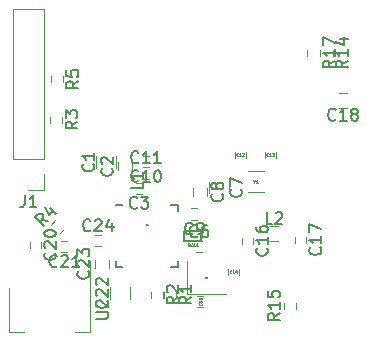
<source format=gbr>
G04 #@! TF.FileFunction,Legend,Top*
%FSLAX46Y46*%
G04 Gerber Fmt 4.6, Leading zero omitted, Abs format (unit mm)*
G04 Created by KiCad (PCBNEW 4.0.5) date 05/26/17 15:10:00*
%MOMM*%
%LPD*%
G01*
G04 APERTURE LIST*
%ADD10C,0.100000*%
%ADD11C,0.120000*%
%ADD12C,0.150000*%
%ADD13C,0.152400*%
%ADD14C,0.031750*%
%ADD15C,0.063500*%
G04 APERTURE END LIST*
D10*
D11*
X704800Y5583000D02*
X1964800Y5583000D01*
X7524800Y5583000D02*
X6264800Y5583000D01*
X704800Y9343000D02*
X704800Y5583000D01*
X7524800Y11593000D02*
X7524800Y5583000D01*
X29306000Y24596800D02*
X28606000Y24596800D01*
X28606000Y25796800D02*
X29306000Y25796800D01*
D12*
X14944000Y16341000D02*
X14944000Y15816000D01*
X9694000Y11091000D02*
X9694000Y11616000D01*
X14944000Y11091000D02*
X14944000Y11616000D01*
X9694000Y16341000D02*
X10219000Y16341000D01*
X9694000Y11091000D02*
X10219000Y11091000D01*
X14944000Y11091000D02*
X14419000Y11091000D01*
X14944000Y16341000D02*
X14419000Y16341000D01*
D11*
X15723600Y11610800D02*
X15723600Y8810800D01*
X15723600Y8810800D02*
X19023600Y8810800D01*
X23253800Y20349400D02*
X23253800Y20849400D01*
X22313800Y20849400D02*
X22313800Y20349400D01*
X19189600Y10918000D02*
X19189600Y10418000D01*
X20129600Y10418000D02*
X20129600Y10918000D01*
X16615600Y7708800D02*
X17115600Y7708800D01*
X17115600Y8648800D02*
X16615600Y8648800D01*
X22214200Y19188400D02*
X20864200Y19188400D01*
X22214200Y17438400D02*
X20864200Y17438400D01*
D13*
X15494000Y13284200D02*
X15494000Y14147800D01*
X15494000Y14147800D02*
X16916400Y14147800D01*
X16916400Y14147800D02*
X16916400Y13284200D01*
X16916400Y13284200D02*
X15494000Y13284200D01*
D11*
X20713800Y20349400D02*
X20713800Y20849400D01*
X19773800Y20849400D02*
X19773800Y20349400D01*
X28063600Y28972700D02*
X28063600Y29472700D01*
X27003600Y29472700D02*
X27003600Y28972700D01*
X8065400Y20477100D02*
X8065400Y19477100D01*
X9765400Y19477100D02*
X9765400Y20477100D01*
X9902900Y19271500D02*
X9902900Y19971500D01*
X11102900Y19971500D02*
X11102900Y19271500D01*
X11434000Y17297300D02*
X11934000Y17297300D01*
X11934000Y18237300D02*
X11434000Y18237300D01*
X17014000Y13271600D02*
X16514000Y13271600D01*
X16514000Y12331600D02*
X17014000Y12331600D01*
X19277700Y17330800D02*
X19277700Y18330800D01*
X17577700Y18330800D02*
X17577700Y17330800D01*
X17440200Y17812500D02*
X17440200Y17112500D01*
X16240200Y17112500D02*
X16240200Y17812500D01*
X16107600Y15112900D02*
X16607600Y15112900D01*
X16607600Y16052900D02*
X16107600Y16052900D01*
X12005500Y19545200D02*
X12505500Y19545200D01*
X12505500Y20485200D02*
X12005500Y20485200D01*
X12505500Y19532700D02*
X12005500Y19532700D01*
X12005500Y18592700D02*
X12505500Y18592700D01*
X21323400Y13085000D02*
X21323400Y13585000D01*
X20383400Y13585000D02*
X20383400Y13085000D01*
X25844600Y13148500D02*
X25844600Y13648500D01*
X24904600Y13648500D02*
X24904600Y13148500D01*
X3391000Y12716700D02*
X3391000Y13216700D01*
X2451000Y13216700D02*
X2451000Y12716700D01*
X5096700Y12344300D02*
X5596700Y12344300D01*
X5596700Y13284300D02*
X5096700Y13284300D01*
X9221100Y9402700D02*
X9221100Y8402700D01*
X10921100Y8402700D02*
X10921100Y9402700D01*
X7909000Y11029200D02*
X7909000Y11729200D01*
X9109000Y11729200D02*
X9109000Y11029200D01*
X8454200Y13779600D02*
X7954200Y13779600D01*
X7954200Y12839600D02*
X8454200Y12839600D01*
X3641400Y20218400D02*
X3641400Y32978400D01*
X3641400Y32978400D02*
X981400Y32978400D01*
X981400Y32978400D02*
X981400Y20218400D01*
X981400Y20218400D02*
X3641400Y20218400D01*
X3641400Y18948400D02*
X3641400Y17618400D01*
X3641400Y17618400D02*
X2311400Y17618400D01*
X23942900Y8085900D02*
X23942900Y7585900D01*
X25002900Y7585900D02*
X25002900Y8085900D01*
X26996800Y28972700D02*
X26996800Y29472700D01*
X25936800Y29472700D02*
X25936800Y28972700D01*
X22764000Y14531900D02*
X23464000Y14531900D01*
X23464000Y13331900D02*
X22764000Y13331900D01*
X5190900Y23333900D02*
X5190900Y23833900D01*
X4130900Y23833900D02*
X4130900Y23333900D01*
X5254400Y26750200D02*
X5254400Y27250200D01*
X4194400Y27250200D02*
X4194400Y26750200D01*
X4551810Y15042243D02*
X4198257Y14688690D01*
X4947790Y13939157D02*
X5301343Y14292710D01*
X13738000Y8513000D02*
X13738000Y9013000D01*
X12678000Y9013000D02*
X12678000Y8513000D01*
X14817500Y8513000D02*
X14817500Y9013000D01*
X13757500Y9013000D02*
X13757500Y8513000D01*
D12*
X8067181Y6731095D02*
X8876705Y6731095D01*
X8971943Y6778714D01*
X9019562Y6826333D01*
X9067181Y6921571D01*
X9067181Y7112048D01*
X9019562Y7207286D01*
X8971943Y7254905D01*
X8876705Y7302524D01*
X8067181Y7302524D01*
X8162419Y7731095D02*
X8114800Y7778714D01*
X8067181Y7873952D01*
X8067181Y8112048D01*
X8114800Y8207286D01*
X8162419Y8254905D01*
X8257657Y8302524D01*
X8352895Y8302524D01*
X8495752Y8254905D01*
X9067181Y7683476D01*
X9067181Y8302524D01*
X28313143Y23589657D02*
X28265524Y23542038D01*
X28122667Y23494419D01*
X28027429Y23494419D01*
X27884571Y23542038D01*
X27789333Y23637276D01*
X27741714Y23732514D01*
X27694095Y23922990D01*
X27694095Y24065848D01*
X27741714Y24256324D01*
X27789333Y24351562D01*
X27884571Y24446800D01*
X28027429Y24494419D01*
X28122667Y24494419D01*
X28265524Y24446800D01*
X28313143Y24399181D01*
X29265524Y23494419D02*
X28694095Y23494419D01*
X28979809Y23494419D02*
X28979809Y24494419D01*
X28884571Y24351562D01*
X28789333Y24256324D01*
X28694095Y24208705D01*
X29836952Y24065848D02*
X29741714Y24113467D01*
X29694095Y24161086D01*
X29646476Y24256324D01*
X29646476Y24303943D01*
X29694095Y24399181D01*
X29741714Y24446800D01*
X29836952Y24494419D01*
X30027429Y24494419D01*
X30122667Y24446800D01*
X30170286Y24399181D01*
X30217905Y24303943D01*
X30217905Y24256324D01*
X30170286Y24161086D01*
X30122667Y24113467D01*
X30027429Y24065848D01*
X29836952Y24065848D01*
X29741714Y24018229D01*
X29694095Y23970610D01*
X29646476Y23875371D01*
X29646476Y23684895D01*
X29694095Y23589657D01*
X29741714Y23542038D01*
X29836952Y23494419D01*
X30027429Y23494419D01*
X30122667Y23542038D01*
X30170286Y23589657D01*
X30217905Y23684895D01*
X30217905Y23875371D01*
X30170286Y23970610D01*
X30122667Y24018229D01*
X30027429Y24065848D01*
D14*
X12227318Y14750748D02*
X12227318Y14647938D01*
X12233366Y14635843D01*
X12239413Y14629795D01*
X12251509Y14623748D01*
X12275699Y14623748D01*
X12287794Y14629795D01*
X12293842Y14635843D01*
X12299890Y14647938D01*
X12299890Y14750748D01*
X12426890Y14623748D02*
X12354318Y14623748D01*
X12390604Y14623748D02*
X12390604Y14750748D01*
X12378509Y14732605D01*
X12366414Y14720510D01*
X12354318Y14714462D01*
X17310585Y10216364D02*
X17310585Y10155888D01*
X17268251Y10282888D02*
X17310585Y10216364D01*
X17352918Y10282888D01*
X17389203Y10270792D02*
X17395251Y10276840D01*
X17407346Y10282888D01*
X17437584Y10282888D01*
X17449680Y10276840D01*
X17455727Y10270792D01*
X17461775Y10258697D01*
X17461775Y10246602D01*
X17455727Y10228459D01*
X17383156Y10155888D01*
X17461775Y10155888D01*
D15*
X22620514Y20508686D02*
X22608419Y20496590D01*
X22572133Y20484495D01*
X22547943Y20484495D01*
X22511657Y20496590D01*
X22487466Y20520781D01*
X22475371Y20544971D01*
X22463276Y20593352D01*
X22463276Y20629638D01*
X22475371Y20678019D01*
X22487466Y20702210D01*
X22511657Y20726400D01*
X22547943Y20738495D01*
X22572133Y20738495D01*
X22608419Y20726400D01*
X22620514Y20714305D01*
X22862419Y20484495D02*
X22717276Y20484495D01*
X22789847Y20484495D02*
X22789847Y20738495D01*
X22765657Y20702210D01*
X22741466Y20678019D01*
X22717276Y20665924D01*
X22947086Y20738495D02*
X23104324Y20738495D01*
X23019657Y20641733D01*
X23055943Y20641733D01*
X23080133Y20629638D01*
X23092229Y20617543D01*
X23104324Y20593352D01*
X23104324Y20532876D01*
X23092229Y20508686D01*
X23080133Y20496590D01*
X23055943Y20484495D01*
X22983371Y20484495D01*
X22959181Y20496590D01*
X22947086Y20508686D01*
X19496314Y10577286D02*
X19484219Y10565190D01*
X19447933Y10553095D01*
X19423743Y10553095D01*
X19387457Y10565190D01*
X19363266Y10589381D01*
X19351171Y10613571D01*
X19339076Y10661952D01*
X19339076Y10698238D01*
X19351171Y10746619D01*
X19363266Y10770810D01*
X19387457Y10795000D01*
X19423743Y10807095D01*
X19447933Y10807095D01*
X19484219Y10795000D01*
X19496314Y10782905D01*
X19738219Y10553095D02*
X19593076Y10553095D01*
X19665647Y10553095D02*
X19665647Y10807095D01*
X19641457Y10770810D01*
X19617266Y10746619D01*
X19593076Y10734524D01*
X19955933Y10722429D02*
X19955933Y10553095D01*
X19895457Y10819190D02*
X19834981Y10637762D01*
X19992219Y10637762D01*
X16956314Y8015514D02*
X16968410Y8003419D01*
X16980505Y7967133D01*
X16980505Y7942943D01*
X16968410Y7906657D01*
X16944219Y7882466D01*
X16920029Y7870371D01*
X16871648Y7858276D01*
X16835362Y7858276D01*
X16786981Y7870371D01*
X16762790Y7882466D01*
X16738600Y7906657D01*
X16726505Y7942943D01*
X16726505Y7967133D01*
X16738600Y8003419D01*
X16750695Y8015514D01*
X16980505Y8257419D02*
X16980505Y8112276D01*
X16980505Y8184847D02*
X16726505Y8184847D01*
X16762790Y8160657D01*
X16786981Y8136466D01*
X16799076Y8112276D01*
X16726505Y8487229D02*
X16726505Y8366276D01*
X16847457Y8354181D01*
X16835362Y8366276D01*
X16823267Y8390467D01*
X16823267Y8450943D01*
X16835362Y8475133D01*
X16847457Y8487229D01*
X16871648Y8499324D01*
X16932124Y8499324D01*
X16956314Y8487229D01*
X16968410Y8475133D01*
X16980505Y8450943D01*
X16980505Y8390467D01*
X16968410Y8366276D01*
X16956314Y8354181D01*
X21418248Y18319448D02*
X21418248Y18198495D01*
X21333581Y18452495D02*
X21418248Y18319448D01*
X21502915Y18452495D01*
X21720629Y18198495D02*
X21575486Y18198495D01*
X21648057Y18198495D02*
X21648057Y18452495D01*
X21623867Y18416210D01*
X21599676Y18392019D01*
X21575486Y18379924D01*
X15941524Y12972143D02*
X15977810Y12960048D01*
X15989905Y12947952D01*
X16002000Y12923762D01*
X16002000Y12887476D01*
X15989905Y12863286D01*
X15977810Y12851190D01*
X15953619Y12839095D01*
X15856857Y12839095D01*
X15856857Y13093095D01*
X15941524Y13093095D01*
X15965714Y13081000D01*
X15977810Y13068905D01*
X15989905Y13044714D01*
X15989905Y13020524D01*
X15977810Y12996333D01*
X15965714Y12984238D01*
X15941524Y12972143D01*
X15856857Y12972143D01*
X16098762Y12911667D02*
X16219714Y12911667D01*
X16074571Y12839095D02*
X16159238Y13093095D01*
X16243905Y12839095D01*
X16449524Y12839095D02*
X16328571Y12839095D01*
X16328571Y13093095D01*
X16667238Y12839095D02*
X16522095Y12839095D01*
X16594666Y12839095D02*
X16594666Y13093095D01*
X16570476Y13056810D01*
X16546285Y13032619D01*
X16522095Y13020524D01*
X20080514Y20508686D02*
X20068419Y20496590D01*
X20032133Y20484495D01*
X20007943Y20484495D01*
X19971657Y20496590D01*
X19947466Y20520781D01*
X19935371Y20544971D01*
X19923276Y20593352D01*
X19923276Y20629638D01*
X19935371Y20678019D01*
X19947466Y20702210D01*
X19971657Y20726400D01*
X20007943Y20738495D01*
X20032133Y20738495D01*
X20068419Y20726400D01*
X20080514Y20714305D01*
X20322419Y20484495D02*
X20177276Y20484495D01*
X20249847Y20484495D02*
X20249847Y20738495D01*
X20225657Y20702210D01*
X20201466Y20678019D01*
X20177276Y20665924D01*
X20419181Y20714305D02*
X20431276Y20726400D01*
X20455467Y20738495D01*
X20515943Y20738495D01*
X20540133Y20726400D01*
X20552229Y20714305D01*
X20564324Y20690114D01*
X20564324Y20665924D01*
X20552229Y20629638D01*
X20407086Y20484495D01*
X20564324Y20484495D01*
D12*
X11971281Y18250874D02*
X11971281Y17774683D01*
X10971281Y17774683D01*
X11971281Y19108017D02*
X11971281Y18536588D01*
X11971281Y18822302D02*
X10971281Y18822302D01*
X11114138Y18727064D01*
X11209376Y18631826D01*
X11256995Y18536588D01*
X29335981Y28579843D02*
X28859790Y28246509D01*
X29335981Y28008414D02*
X28335981Y28008414D01*
X28335981Y28389367D01*
X28383600Y28484605D01*
X28431219Y28532224D01*
X28526457Y28579843D01*
X28669314Y28579843D01*
X28764552Y28532224D01*
X28812171Y28484605D01*
X28859790Y28389367D01*
X28859790Y28008414D01*
X29335981Y29532224D02*
X29335981Y28960795D01*
X29335981Y29246509D02*
X28335981Y29246509D01*
X28478838Y29151271D01*
X28574076Y29056033D01*
X28621695Y28960795D01*
X28669314Y30389367D02*
X29335981Y30389367D01*
X28288362Y30151271D02*
X29002648Y29913176D01*
X29002648Y30532224D01*
X7772543Y19810434D02*
X7820162Y19762815D01*
X7867781Y19619958D01*
X7867781Y19524720D01*
X7820162Y19381862D01*
X7724924Y19286624D01*
X7629686Y19239005D01*
X7439210Y19191386D01*
X7296352Y19191386D01*
X7105876Y19239005D01*
X7010638Y19286624D01*
X6915400Y19381862D01*
X6867781Y19524720D01*
X6867781Y19619958D01*
X6915400Y19762815D01*
X6963019Y19810434D01*
X7867781Y20762815D02*
X7867781Y20191386D01*
X7867781Y20477100D02*
X6867781Y20477100D01*
X7010638Y20381862D01*
X7105876Y20286624D01*
X7153495Y20191386D01*
X9360043Y19454834D02*
X9407662Y19407215D01*
X9455281Y19264358D01*
X9455281Y19169120D01*
X9407662Y19026262D01*
X9312424Y18931024D01*
X9217186Y18883405D01*
X9026710Y18835786D01*
X8883852Y18835786D01*
X8693376Y18883405D01*
X8598138Y18931024D01*
X8502900Y19026262D01*
X8455281Y19169120D01*
X8455281Y19264358D01*
X8502900Y19407215D01*
X8550519Y19454834D01*
X8550519Y19835786D02*
X8502900Y19883405D01*
X8455281Y19978643D01*
X8455281Y20216739D01*
X8502900Y20311977D01*
X8550519Y20359596D01*
X8645757Y20407215D01*
X8740995Y20407215D01*
X8883852Y20359596D01*
X9455281Y19788167D01*
X9455281Y20407215D01*
X11517334Y16140157D02*
X11469715Y16092538D01*
X11326858Y16044919D01*
X11231620Y16044919D01*
X11088762Y16092538D01*
X10993524Y16187776D01*
X10945905Y16283014D01*
X10898286Y16473490D01*
X10898286Y16616348D01*
X10945905Y16806824D01*
X10993524Y16902062D01*
X11088762Y16997300D01*
X11231620Y17044919D01*
X11326858Y17044919D01*
X11469715Y16997300D01*
X11517334Y16949681D01*
X11850667Y17044919D02*
X12469715Y17044919D01*
X12136381Y16663967D01*
X12279239Y16663967D01*
X12374477Y16616348D01*
X12422096Y16568729D01*
X12469715Y16473490D01*
X12469715Y16235395D01*
X12422096Y16140157D01*
X12374477Y16092538D01*
X12279239Y16044919D01*
X11993524Y16044919D01*
X11898286Y16092538D01*
X11850667Y16140157D01*
X16597334Y13714457D02*
X16549715Y13666838D01*
X16406858Y13619219D01*
X16311620Y13619219D01*
X16168762Y13666838D01*
X16073524Y13762076D01*
X16025905Y13857314D01*
X15978286Y14047790D01*
X15978286Y14190648D01*
X16025905Y14381124D01*
X16073524Y14476362D01*
X16168762Y14571600D01*
X16311620Y14619219D01*
X16406858Y14619219D01*
X16549715Y14571600D01*
X16597334Y14523981D01*
X17454477Y14619219D02*
X17264000Y14619219D01*
X17168762Y14571600D01*
X17121143Y14523981D01*
X17025905Y14381124D01*
X16978286Y14190648D01*
X16978286Y13809695D01*
X17025905Y13714457D01*
X17073524Y13666838D01*
X17168762Y13619219D01*
X17359239Y13619219D01*
X17454477Y13666838D01*
X17502096Y13714457D01*
X17549715Y13809695D01*
X17549715Y14047790D01*
X17502096Y14143029D01*
X17454477Y14190648D01*
X17359239Y14238267D01*
X17168762Y14238267D01*
X17073524Y14190648D01*
X17025905Y14143029D01*
X16978286Y14047790D01*
X20284843Y17664134D02*
X20332462Y17616515D01*
X20380081Y17473658D01*
X20380081Y17378420D01*
X20332462Y17235562D01*
X20237224Y17140324D01*
X20141986Y17092705D01*
X19951510Y17045086D01*
X19808652Y17045086D01*
X19618176Y17092705D01*
X19522938Y17140324D01*
X19427700Y17235562D01*
X19380081Y17378420D01*
X19380081Y17473658D01*
X19427700Y17616515D01*
X19475319Y17664134D01*
X19380081Y17997467D02*
X19380081Y18664134D01*
X20380081Y18235562D01*
X18697343Y17295834D02*
X18744962Y17248215D01*
X18792581Y17105358D01*
X18792581Y17010120D01*
X18744962Y16867262D01*
X18649724Y16772024D01*
X18554486Y16724405D01*
X18364010Y16676786D01*
X18221152Y16676786D01*
X18030676Y16724405D01*
X17935438Y16772024D01*
X17840200Y16867262D01*
X17792581Y17010120D01*
X17792581Y17105358D01*
X17840200Y17248215D01*
X17887819Y17295834D01*
X18221152Y17867262D02*
X18173533Y17772024D01*
X18125914Y17724405D01*
X18030676Y17676786D01*
X17983057Y17676786D01*
X17887819Y17724405D01*
X17840200Y17772024D01*
X17792581Y17867262D01*
X17792581Y18057739D01*
X17840200Y18152977D01*
X17887819Y18200596D01*
X17983057Y18248215D01*
X18030676Y18248215D01*
X18125914Y18200596D01*
X18173533Y18152977D01*
X18221152Y18057739D01*
X18221152Y17867262D01*
X18268771Y17772024D01*
X18316390Y17724405D01*
X18411629Y17676786D01*
X18602105Y17676786D01*
X18697343Y17724405D01*
X18744962Y17772024D01*
X18792581Y17867262D01*
X18792581Y18057739D01*
X18744962Y18152977D01*
X18697343Y18200596D01*
X18602105Y18248215D01*
X18411629Y18248215D01*
X18316390Y18200596D01*
X18268771Y18152977D01*
X18221152Y18057739D01*
X16190934Y13955757D02*
X16143315Y13908138D01*
X16000458Y13860519D01*
X15905220Y13860519D01*
X15762362Y13908138D01*
X15667124Y14003376D01*
X15619505Y14098614D01*
X15571886Y14289090D01*
X15571886Y14431948D01*
X15619505Y14622424D01*
X15667124Y14717662D01*
X15762362Y14812900D01*
X15905220Y14860519D01*
X16000458Y14860519D01*
X16143315Y14812900D01*
X16190934Y14765281D01*
X16667124Y13860519D02*
X16857600Y13860519D01*
X16952839Y13908138D01*
X17000458Y13955757D01*
X17095696Y14098614D01*
X17143315Y14289090D01*
X17143315Y14670043D01*
X17095696Y14765281D01*
X17048077Y14812900D01*
X16952839Y14860519D01*
X16762362Y14860519D01*
X16667124Y14812900D01*
X16619505Y14765281D01*
X16571886Y14670043D01*
X16571886Y14431948D01*
X16619505Y14336710D01*
X16667124Y14289090D01*
X16762362Y14241471D01*
X16952839Y14241471D01*
X17048077Y14289090D01*
X17095696Y14336710D01*
X17143315Y14431948D01*
X11612643Y18388057D02*
X11565024Y18340438D01*
X11422167Y18292819D01*
X11326929Y18292819D01*
X11184071Y18340438D01*
X11088833Y18435676D01*
X11041214Y18530914D01*
X10993595Y18721390D01*
X10993595Y18864248D01*
X11041214Y19054724D01*
X11088833Y19149962D01*
X11184071Y19245200D01*
X11326929Y19292819D01*
X11422167Y19292819D01*
X11565024Y19245200D01*
X11612643Y19197581D01*
X12565024Y18292819D02*
X11993595Y18292819D01*
X12279309Y18292819D02*
X12279309Y19292819D01*
X12184071Y19149962D01*
X12088833Y19054724D01*
X11993595Y19007105D01*
X13184071Y19292819D02*
X13279310Y19292819D01*
X13374548Y19245200D01*
X13422167Y19197581D01*
X13469786Y19102343D01*
X13517405Y18911867D01*
X13517405Y18673771D01*
X13469786Y18483295D01*
X13422167Y18388057D01*
X13374548Y18340438D01*
X13279310Y18292819D01*
X13184071Y18292819D01*
X13088833Y18340438D01*
X13041214Y18388057D01*
X12993595Y18483295D01*
X12945976Y18673771D01*
X12945976Y18911867D01*
X12993595Y19102343D01*
X13041214Y19197581D01*
X13088833Y19245200D01*
X13184071Y19292819D01*
X11612643Y19975557D02*
X11565024Y19927938D01*
X11422167Y19880319D01*
X11326929Y19880319D01*
X11184071Y19927938D01*
X11088833Y20023176D01*
X11041214Y20118414D01*
X10993595Y20308890D01*
X10993595Y20451748D01*
X11041214Y20642224D01*
X11088833Y20737462D01*
X11184071Y20832700D01*
X11326929Y20880319D01*
X11422167Y20880319D01*
X11565024Y20832700D01*
X11612643Y20785081D01*
X12565024Y19880319D02*
X11993595Y19880319D01*
X12279309Y19880319D02*
X12279309Y20880319D01*
X12184071Y20737462D01*
X12088833Y20642224D01*
X11993595Y20594605D01*
X13517405Y19880319D02*
X12945976Y19880319D01*
X13231690Y19880319D02*
X13231690Y20880319D01*
X13136452Y20737462D01*
X13041214Y20642224D01*
X12945976Y20594605D01*
X22480543Y12692143D02*
X22528162Y12644524D01*
X22575781Y12501667D01*
X22575781Y12406429D01*
X22528162Y12263571D01*
X22432924Y12168333D01*
X22337686Y12120714D01*
X22147210Y12073095D01*
X22004352Y12073095D01*
X21813876Y12120714D01*
X21718638Y12168333D01*
X21623400Y12263571D01*
X21575781Y12406429D01*
X21575781Y12501667D01*
X21623400Y12644524D01*
X21671019Y12692143D01*
X22575781Y13644524D02*
X22575781Y13073095D01*
X22575781Y13358809D02*
X21575781Y13358809D01*
X21718638Y13263571D01*
X21813876Y13168333D01*
X21861495Y13073095D01*
X21575781Y14501667D02*
X21575781Y14311190D01*
X21623400Y14215952D01*
X21671019Y14168333D01*
X21813876Y14073095D01*
X22004352Y14025476D01*
X22385305Y14025476D01*
X22480543Y14073095D01*
X22528162Y14120714D01*
X22575781Y14215952D01*
X22575781Y14406429D01*
X22528162Y14501667D01*
X22480543Y14549286D01*
X22385305Y14596905D01*
X22147210Y14596905D01*
X22051971Y14549286D01*
X22004352Y14501667D01*
X21956733Y14406429D01*
X21956733Y14215952D01*
X22004352Y14120714D01*
X22051971Y14073095D01*
X22147210Y14025476D01*
X27001743Y12755643D02*
X27049362Y12708024D01*
X27096981Y12565167D01*
X27096981Y12469929D01*
X27049362Y12327071D01*
X26954124Y12231833D01*
X26858886Y12184214D01*
X26668410Y12136595D01*
X26525552Y12136595D01*
X26335076Y12184214D01*
X26239838Y12231833D01*
X26144600Y12327071D01*
X26096981Y12469929D01*
X26096981Y12565167D01*
X26144600Y12708024D01*
X26192219Y12755643D01*
X27096981Y13708024D02*
X27096981Y13136595D01*
X27096981Y13422309D02*
X26096981Y13422309D01*
X26239838Y13327071D01*
X26335076Y13231833D01*
X26382695Y13136595D01*
X26096981Y14041357D02*
X26096981Y14708024D01*
X27096981Y14279452D01*
X4548143Y12323843D02*
X4595762Y12276224D01*
X4643381Y12133367D01*
X4643381Y12038129D01*
X4595762Y11895271D01*
X4500524Y11800033D01*
X4405286Y11752414D01*
X4214810Y11704795D01*
X4071952Y11704795D01*
X3881476Y11752414D01*
X3786238Y11800033D01*
X3691000Y11895271D01*
X3643381Y12038129D01*
X3643381Y12133367D01*
X3691000Y12276224D01*
X3738619Y12323843D01*
X3738619Y12704795D02*
X3691000Y12752414D01*
X3643381Y12847652D01*
X3643381Y13085748D01*
X3691000Y13180986D01*
X3738619Y13228605D01*
X3833857Y13276224D01*
X3929095Y13276224D01*
X4071952Y13228605D01*
X4643381Y12657176D01*
X4643381Y13276224D01*
X3643381Y13895271D02*
X3643381Y13990510D01*
X3691000Y14085748D01*
X3738619Y14133367D01*
X3833857Y14180986D01*
X4024333Y14228605D01*
X4262429Y14228605D01*
X4452905Y14180986D01*
X4548143Y14133367D01*
X4595762Y14085748D01*
X4643381Y13990510D01*
X4643381Y13895271D01*
X4595762Y13800033D01*
X4548143Y13752414D01*
X4452905Y13704795D01*
X4262429Y13657176D01*
X4024333Y13657176D01*
X3833857Y13704795D01*
X3738619Y13752414D01*
X3691000Y13800033D01*
X3643381Y13895271D01*
X4703843Y11187157D02*
X4656224Y11139538D01*
X4513367Y11091919D01*
X4418129Y11091919D01*
X4275271Y11139538D01*
X4180033Y11234776D01*
X4132414Y11330014D01*
X4084795Y11520490D01*
X4084795Y11663348D01*
X4132414Y11853824D01*
X4180033Y11949062D01*
X4275271Y12044300D01*
X4418129Y12091919D01*
X4513367Y12091919D01*
X4656224Y12044300D01*
X4703843Y11996681D01*
X5084795Y11996681D02*
X5132414Y12044300D01*
X5227652Y12091919D01*
X5465748Y12091919D01*
X5560986Y12044300D01*
X5608605Y11996681D01*
X5656224Y11901443D01*
X5656224Y11806205D01*
X5608605Y11663348D01*
X5037176Y11091919D01*
X5656224Y11091919D01*
X6608605Y11091919D02*
X6037176Y11091919D01*
X6322890Y11091919D02*
X6322890Y12091919D01*
X6227652Y11949062D01*
X6132414Y11853824D01*
X6037176Y11806205D01*
X8928243Y8259843D02*
X8975862Y8212224D01*
X9023481Y8069367D01*
X9023481Y7974129D01*
X8975862Y7831271D01*
X8880624Y7736033D01*
X8785386Y7688414D01*
X8594910Y7640795D01*
X8452052Y7640795D01*
X8261576Y7688414D01*
X8166338Y7736033D01*
X8071100Y7831271D01*
X8023481Y7974129D01*
X8023481Y8069367D01*
X8071100Y8212224D01*
X8118719Y8259843D01*
X8118719Y8640795D02*
X8071100Y8688414D01*
X8023481Y8783652D01*
X8023481Y9021748D01*
X8071100Y9116986D01*
X8118719Y9164605D01*
X8213957Y9212224D01*
X8309195Y9212224D01*
X8452052Y9164605D01*
X9023481Y8593176D01*
X9023481Y9212224D01*
X8118719Y9593176D02*
X8071100Y9640795D01*
X8023481Y9736033D01*
X8023481Y9974129D01*
X8071100Y10069367D01*
X8118719Y10116986D01*
X8213957Y10164605D01*
X8309195Y10164605D01*
X8452052Y10116986D01*
X9023481Y9545557D01*
X9023481Y10164605D01*
X7366143Y10736343D02*
X7413762Y10688724D01*
X7461381Y10545867D01*
X7461381Y10450629D01*
X7413762Y10307771D01*
X7318524Y10212533D01*
X7223286Y10164914D01*
X7032810Y10117295D01*
X6889952Y10117295D01*
X6699476Y10164914D01*
X6604238Y10212533D01*
X6509000Y10307771D01*
X6461381Y10450629D01*
X6461381Y10545867D01*
X6509000Y10688724D01*
X6556619Y10736343D01*
X6556619Y11117295D02*
X6509000Y11164914D01*
X6461381Y11260152D01*
X6461381Y11498248D01*
X6509000Y11593486D01*
X6556619Y11641105D01*
X6651857Y11688724D01*
X6747095Y11688724D01*
X6889952Y11641105D01*
X7461381Y11069676D01*
X7461381Y11688724D01*
X6461381Y12022057D02*
X6461381Y12641105D01*
X6842333Y12307771D01*
X6842333Y12450629D01*
X6889952Y12545867D01*
X6937571Y12593486D01*
X7032810Y12641105D01*
X7270905Y12641105D01*
X7366143Y12593486D01*
X7413762Y12545867D01*
X7461381Y12450629D01*
X7461381Y12164914D01*
X7413762Y12069676D01*
X7366143Y12022057D01*
X7561343Y14222457D02*
X7513724Y14174838D01*
X7370867Y14127219D01*
X7275629Y14127219D01*
X7132771Y14174838D01*
X7037533Y14270076D01*
X6989914Y14365314D01*
X6942295Y14555790D01*
X6942295Y14698648D01*
X6989914Y14889124D01*
X7037533Y14984362D01*
X7132771Y15079600D01*
X7275629Y15127219D01*
X7370867Y15127219D01*
X7513724Y15079600D01*
X7561343Y15031981D01*
X7942295Y15031981D02*
X7989914Y15079600D01*
X8085152Y15127219D01*
X8323248Y15127219D01*
X8418486Y15079600D01*
X8466105Y15031981D01*
X8513724Y14936743D01*
X8513724Y14841505D01*
X8466105Y14698648D01*
X7894676Y14127219D01*
X8513724Y14127219D01*
X9370867Y14793886D02*
X9370867Y14127219D01*
X9132771Y15174838D02*
X8894676Y14460552D01*
X9513724Y14460552D01*
X1978067Y17166019D02*
X1978067Y16451733D01*
X1930447Y16308876D01*
X1835209Y16213638D01*
X1692352Y16166019D01*
X1597114Y16166019D01*
X2978067Y16166019D02*
X2406638Y16166019D01*
X2692352Y16166019D02*
X2692352Y17166019D01*
X2597114Y17023162D01*
X2501876Y16927924D01*
X2406638Y16880305D01*
X23575281Y7193043D02*
X23099090Y6859709D01*
X23575281Y6621614D02*
X22575281Y6621614D01*
X22575281Y7002567D01*
X22622900Y7097805D01*
X22670519Y7145424D01*
X22765757Y7193043D01*
X22908614Y7193043D01*
X23003852Y7145424D01*
X23051471Y7097805D01*
X23099090Y7002567D01*
X23099090Y6621614D01*
X23575281Y8145424D02*
X23575281Y7573995D01*
X23575281Y7859709D02*
X22575281Y7859709D01*
X22718138Y7764471D01*
X22813376Y7669233D01*
X22860995Y7573995D01*
X22575281Y9050186D02*
X22575281Y8573995D01*
X23051471Y8526376D01*
X23003852Y8573995D01*
X22956233Y8669233D01*
X22956233Y8907329D01*
X23003852Y9002567D01*
X23051471Y9050186D01*
X23146710Y9097805D01*
X23384805Y9097805D01*
X23480043Y9050186D01*
X23527662Y9002567D01*
X23575281Y8907329D01*
X23575281Y8669233D01*
X23527662Y8573995D01*
X23480043Y8526376D01*
X28269181Y28579843D02*
X27792990Y28246509D01*
X28269181Y28008414D02*
X27269181Y28008414D01*
X27269181Y28389367D01*
X27316800Y28484605D01*
X27364419Y28532224D01*
X27459657Y28579843D01*
X27602514Y28579843D01*
X27697752Y28532224D01*
X27745371Y28484605D01*
X27792990Y28389367D01*
X27792990Y28008414D01*
X28269181Y29532224D02*
X28269181Y28960795D01*
X28269181Y29246509D02*
X27269181Y29246509D01*
X27412038Y29151271D01*
X27507276Y29056033D01*
X27554895Y28960795D01*
X27269181Y29865557D02*
X27269181Y30532224D01*
X28269181Y30103652D01*
X22947334Y14729519D02*
X22471143Y14729519D01*
X22471143Y15729519D01*
X23233048Y15634281D02*
X23280667Y15681900D01*
X23375905Y15729519D01*
X23614001Y15729519D01*
X23709239Y15681900D01*
X23756858Y15634281D01*
X23804477Y15539043D01*
X23804477Y15443805D01*
X23756858Y15300948D01*
X23185429Y14729519D01*
X23804477Y14729519D01*
X6463281Y23417234D02*
X5987090Y23083900D01*
X6463281Y22845805D02*
X5463281Y22845805D01*
X5463281Y23226758D01*
X5510900Y23321996D01*
X5558519Y23369615D01*
X5653757Y23417234D01*
X5796614Y23417234D01*
X5891852Y23369615D01*
X5939471Y23321996D01*
X5987090Y23226758D01*
X5987090Y22845805D01*
X5463281Y23750567D02*
X5463281Y24369615D01*
X5844233Y24036281D01*
X5844233Y24179139D01*
X5891852Y24274377D01*
X5939471Y24321996D01*
X6034710Y24369615D01*
X6272805Y24369615D01*
X6368043Y24321996D01*
X6415662Y24274377D01*
X6463281Y24179139D01*
X6463281Y23893424D01*
X6415662Y23798186D01*
X6368043Y23750567D01*
X6526781Y26833534D02*
X6050590Y26500200D01*
X6526781Y26262105D02*
X5526781Y26262105D01*
X5526781Y26643058D01*
X5574400Y26738296D01*
X5622019Y26785915D01*
X5717257Y26833534D01*
X5860114Y26833534D01*
X5955352Y26785915D01*
X6002971Y26738296D01*
X6050590Y26643058D01*
X6050590Y26262105D01*
X5526781Y27738296D02*
X5526781Y27262105D01*
X6002971Y27214486D01*
X5955352Y27262105D01*
X5907733Y27357343D01*
X5907733Y27595439D01*
X5955352Y27690677D01*
X6002971Y27738296D01*
X6098210Y27785915D01*
X6336305Y27785915D01*
X6431543Y27738296D01*
X6479162Y27690677D01*
X6526781Y27595439D01*
X6526781Y27357343D01*
X6479162Y27262105D01*
X6431543Y27214486D01*
X3997237Y15007562D02*
X3424816Y15108577D01*
X3593176Y14603500D02*
X2886069Y15310607D01*
X3155443Y15579982D01*
X3256459Y15613653D01*
X3323802Y15613653D01*
X3424817Y15579982D01*
X3525832Y15478966D01*
X3559504Y15377951D01*
X3559504Y15310608D01*
X3525832Y15209593D01*
X3256458Y14940218D01*
X4131924Y16085058D02*
X4603329Y15613653D01*
X3694191Y16186072D02*
X4030909Y15512637D01*
X4468642Y15950370D01*
X15010381Y8596334D02*
X14534190Y8263000D01*
X15010381Y8024905D02*
X14010381Y8024905D01*
X14010381Y8405858D01*
X14058000Y8501096D01*
X14105619Y8548715D01*
X14200857Y8596334D01*
X14343714Y8596334D01*
X14438952Y8548715D01*
X14486571Y8501096D01*
X14534190Y8405858D01*
X14534190Y8024905D01*
X14105619Y8977286D02*
X14058000Y9024905D01*
X14010381Y9120143D01*
X14010381Y9358239D01*
X14058000Y9453477D01*
X14105619Y9501096D01*
X14200857Y9548715D01*
X14296095Y9548715D01*
X14438952Y9501096D01*
X15010381Y8929667D01*
X15010381Y9548715D01*
X16089881Y8596334D02*
X15613690Y8263000D01*
X16089881Y8024905D02*
X15089881Y8024905D01*
X15089881Y8405858D01*
X15137500Y8501096D01*
X15185119Y8548715D01*
X15280357Y8596334D01*
X15423214Y8596334D01*
X15518452Y8548715D01*
X15566071Y8501096D01*
X15613690Y8405858D01*
X15613690Y8024905D01*
X16089881Y9548715D02*
X16089881Y8977286D01*
X16089881Y9263000D02*
X15089881Y9263000D01*
X15232738Y9167762D01*
X15327976Y9072524D01*
X15375595Y8977286D01*
M02*

</source>
